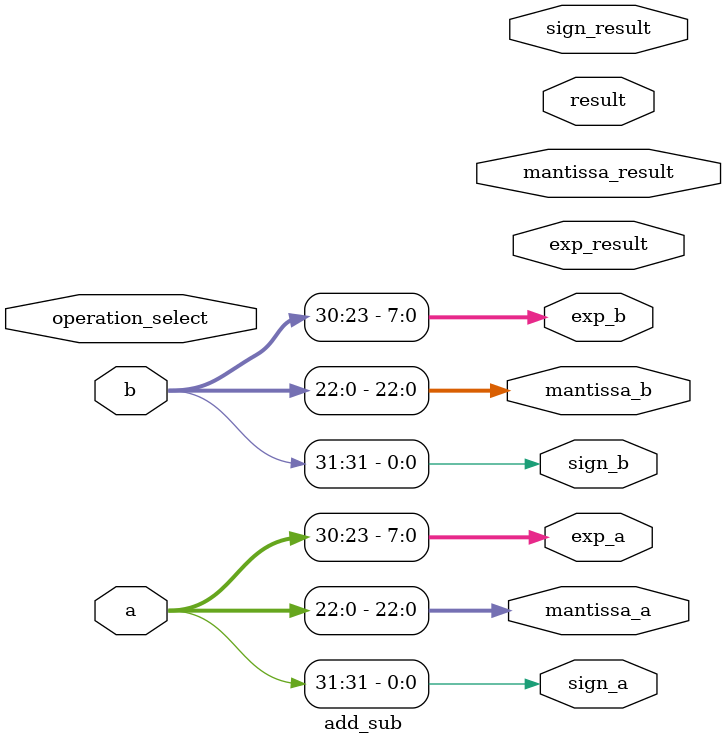
<source format=sv>
`timescale 1ns / 1ps

module add_sub #(parameter WIDTH = 32)(
    input  [WIDTH-1:0] a,b,
    input bit operation_select,
    output [WIDTH-1:0] result,
    output sign_a, sign_b, sign_result,
    output [WIDTH-10:0] mantissa_a, mantissa_b, mantissa_result,
    output [WIDTH-25:0] exp_a, exp_b, exp_result
    );
    
    //Separate sign, exponent and mantissa values for both inputs
    assign mantissa_a = a[22:0];
    assign exp_a = a[30:23];
    assign sign_a = a[31];
        
    assign mantissa_b = b[22:0];
    assign exp_b = b[30:23];
    assign sign_b = b[31];
    
endmodule

</source>
